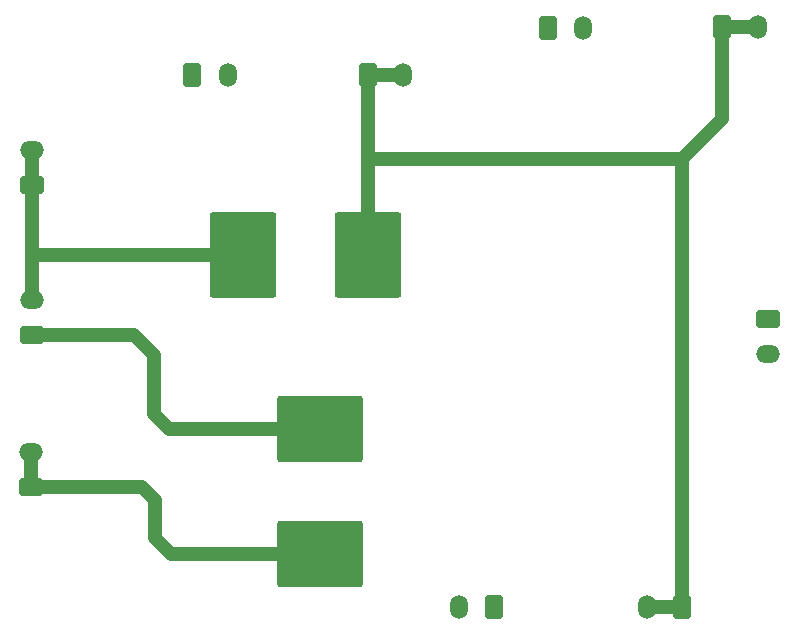
<source format=gbr>
%TF.GenerationSoftware,KiCad,Pcbnew,9.0.2*%
%TF.CreationDate,2025-06-10T12:21:51+08:00*%
%TF.ProjectId,BDU_TS,4244555f-5453-42e6-9b69-6361645f7063,rev?*%
%TF.SameCoordinates,Original*%
%TF.FileFunction,Copper,L1,Top*%
%TF.FilePolarity,Positive*%
%FSLAX46Y46*%
G04 Gerber Fmt 4.6, Leading zero omitted, Abs format (unit mm)*
G04 Created by KiCad (PCBNEW 9.0.2) date 2025-06-10 12:21:51*
%MOMM*%
%LPD*%
G01*
G04 APERTURE LIST*
G04 Aperture macros list*
%AMRoundRect*
0 Rectangle with rounded corners*
0 $1 Rounding radius*
0 $2 $3 $4 $5 $6 $7 $8 $9 X,Y pos of 4 corners*
0 Add a 4 corners polygon primitive as box body*
4,1,4,$2,$3,$4,$5,$6,$7,$8,$9,$2,$3,0*
0 Add four circle primitives for the rounded corners*
1,1,$1+$1,$2,$3*
1,1,$1+$1,$4,$5*
1,1,$1+$1,$6,$7*
1,1,$1+$1,$8,$9*
0 Add four rect primitives between the rounded corners*
20,1,$1+$1,$2,$3,$4,$5,0*
20,1,$1+$1,$4,$5,$6,$7,0*
20,1,$1+$1,$6,$7,$8,$9,0*
20,1,$1+$1,$8,$9,$2,$3,0*%
G04 Aperture macros list end*
%TA.AperFunction,ComponentPad*%
%ADD10RoundRect,0.250001X0.759999X-0.499999X0.759999X0.499999X-0.759999X0.499999X-0.759999X-0.499999X0*%
%TD*%
%TA.AperFunction,ComponentPad*%
%ADD11O,2.020000X1.500000*%
%TD*%
%TA.AperFunction,SMDPad,CuDef*%
%ADD12RoundRect,0.251116X2.561384X3.376384X-2.561384X3.376384X-2.561384X-3.376384X2.561384X-3.376384X0*%
%TD*%
%TA.AperFunction,ComponentPad*%
%ADD13RoundRect,0.250001X-0.499999X-0.759999X0.499999X-0.759999X0.499999X0.759999X-0.499999X0.759999X0*%
%TD*%
%TA.AperFunction,ComponentPad*%
%ADD14O,1.500000X2.020000*%
%TD*%
%TA.AperFunction,SMDPad,CuDef*%
%ADD15RoundRect,0.251116X3.376384X-2.561384X3.376384X2.561384X-3.376384X2.561384X-3.376384X-2.561384X0*%
%TD*%
%TA.AperFunction,ComponentPad*%
%ADD16RoundRect,0.250001X0.499999X0.759999X-0.499999X0.759999X-0.499999X-0.759999X0.499999X-0.759999X0*%
%TD*%
%TA.AperFunction,ComponentPad*%
%ADD17RoundRect,0.250001X-0.759999X0.499999X-0.759999X-0.499999X0.759999X-0.499999X0.759999X0.499999X0*%
%TD*%
%TA.AperFunction,Conductor*%
%ADD18C,1.200000*%
%TD*%
G04 APERTURE END LIST*
D10*
%TO.P,J13,1,Pin_1*%
%TO.N,/precharge*%
X84560000Y-114400000D03*
D11*
%TO.P,J13,2,Pin_2*%
X84560000Y-111400000D03*
%TD*%
D12*
%TO.P,F10,1*%
%TO.N,/fused_TS+*%
X113100000Y-94725000D03*
%TO.P,F10,2*%
%TO.N,TS+*%
X102550000Y-94725000D03*
%TD*%
D13*
%TO.P,J5,1,Pin_1*%
%TO.N,/fused_TS+*%
X113100000Y-79500000D03*
D14*
%TO.P,J5,2,Pin_2*%
X116100000Y-79500000D03*
%TD*%
D10*
%TO.P,R1,1*%
%TO.N,Net-(F2-Pad2)*%
X84635000Y-101500000D03*
D11*
%TO.P,R1,2*%
%TO.N,TS+*%
X84635000Y-98500000D03*
%TD*%
D13*
%TO.P,J9,1,Pin_1*%
%TO.N,TS-*%
X128300000Y-75500000D03*
D14*
%TO.P,J9,2,Pin_2*%
X131300000Y-75500000D03*
%TD*%
D10*
%TO.P,J8,1,Pin_1*%
%TO.N,TS+*%
X84625000Y-88825000D03*
D11*
%TO.P,J8,2,Pin_2*%
X84625000Y-85825000D03*
%TD*%
D15*
%TO.P,F2,1*%
%TO.N,/precharge*%
X109000000Y-120025000D03*
%TO.P,F2,2*%
%TO.N,Net-(F2-Pad2)*%
X109000000Y-109475000D03*
%TD*%
D13*
%TO.P,J7,1,Pin_1*%
%TO.N,/fused_TS+*%
X143100000Y-75400000D03*
D14*
%TO.P,J7,2,Pin_2*%
X146100000Y-75400000D03*
%TD*%
D16*
%TO.P,J10,1,Pin_1*%
%TO.N,TS-*%
X123800000Y-124500000D03*
D14*
%TO.P,J10,2,Pin_2*%
X120800000Y-124500000D03*
%TD*%
D17*
%TO.P,J12,1,Pin_1*%
%TO.N,TS-*%
X147000000Y-100100000D03*
D11*
%TO.P,J12,2,Pin_2*%
X147000000Y-103100000D03*
%TD*%
D16*
%TO.P,J6,1,Pin_1*%
%TO.N,/fused_TS+*%
X139700000Y-124515000D03*
D14*
%TO.P,J6,2,Pin_2*%
X136700000Y-124515000D03*
%TD*%
D13*
%TO.P,J11,1,Pin_1*%
%TO.N,TS-*%
X98200000Y-79500000D03*
D14*
%TO.P,J11,2,Pin_2*%
X101200000Y-79500000D03*
%TD*%
D18*
%TO.N,TS+*%
X97850000Y-94725000D02*
X102550000Y-94725000D01*
X97800000Y-94675000D02*
X101200000Y-94675000D01*
X97800000Y-94675000D02*
X97850000Y-94725000D01*
%TO.N,/fused_TS+*%
X113100000Y-86550000D02*
X113100000Y-94725000D01*
%TO.N,/precharge*%
X84560000Y-114400000D02*
X84560000Y-111400000D01*
X84560000Y-114400000D02*
X93950000Y-114400000D01*
X95050000Y-115500000D02*
X95050000Y-118675000D01*
X95050000Y-118675000D02*
X96400000Y-120025000D01*
X96400000Y-120025000D02*
X109000000Y-120025000D01*
X93950000Y-114400000D02*
X95050000Y-115500000D01*
%TO.N,Net-(F2-Pad2)*%
X84635000Y-101500000D02*
X93275000Y-101500000D01*
X96250000Y-109475000D02*
X109000000Y-109475000D01*
X94950000Y-108175000D02*
X96250000Y-109475000D01*
X93275000Y-101500000D02*
X94950000Y-103175000D01*
X94950000Y-103175000D02*
X94950000Y-108175000D01*
%TO.N,/fused_TS+*%
X143100000Y-83200000D02*
X143100000Y-75400000D01*
X113100000Y-79500000D02*
X116100000Y-79500000D01*
X139700000Y-86600000D02*
X143100000Y-83200000D01*
X139700000Y-124515000D02*
X139700000Y-86600000D01*
X113100000Y-79500000D02*
X113100000Y-86550000D01*
X113150000Y-86600000D02*
X139700000Y-86600000D01*
X113100000Y-86550000D02*
X113150000Y-86600000D01*
X143100000Y-75400000D02*
X146100000Y-75400000D01*
X139700000Y-124515000D02*
X136700000Y-124515000D01*
%TO.N,TS+*%
X84625000Y-88825000D02*
X84625000Y-94725000D01*
X101200000Y-94675000D02*
X101250000Y-94725000D01*
X84625000Y-94725000D02*
X101250000Y-94725000D01*
X84635000Y-94675000D02*
X97800000Y-94675000D01*
X84625000Y-85825000D02*
X84625000Y-88825000D01*
X84635000Y-98500000D02*
X84635000Y-94675000D01*
%TD*%
M02*

</source>
